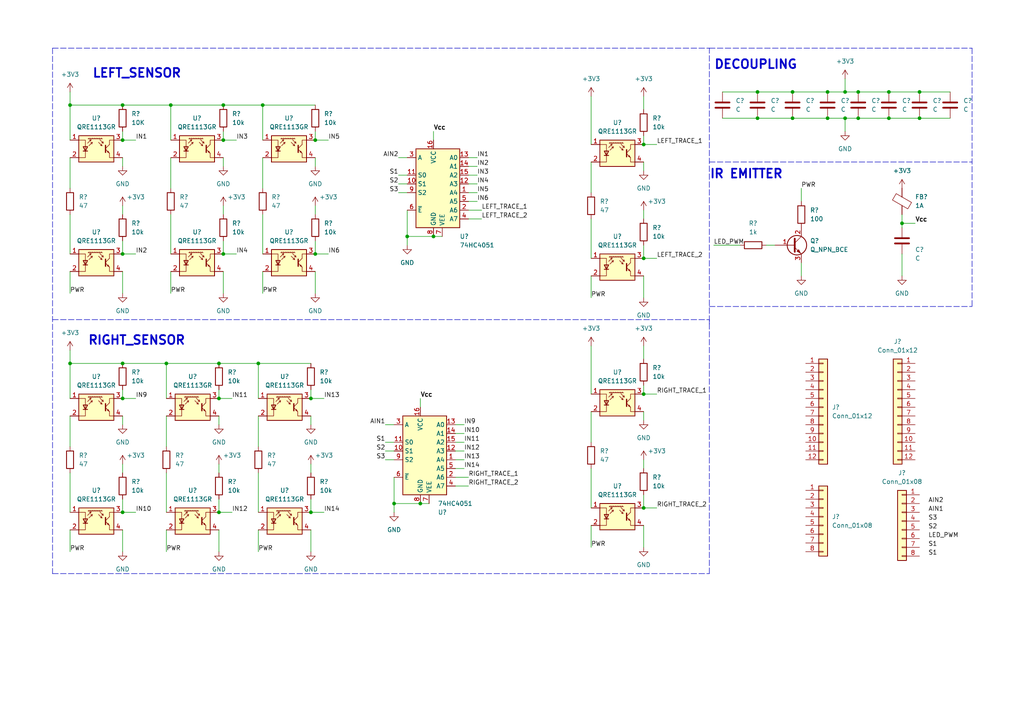
<source format=kicad_sch>
(kicad_sch (version 20211123) (generator eeschema)
  (paper "A4")
  (lib_symbols
    (symbol "74xx:74HC4051"
      (property "Reference" "U" (at -5.08 11.43 0))
      (property "Value" "74HC4051" (at -7.62 -13.97 0))
      (symbol "74HC4051_0_1"
        (rectangle (start -5.08 10.16) (end 7.62 -12.7) (stroke (width 0.254)) (fill (type background)))
      )
      (symbol "74HC4051_1_1"
        (pin passive line (at 10.16 -2.54 180) (length 2.54) (name "A4") (number "1"))
        (pin input line (at -7.62 0 0) (length 2.54) (name "S1") (number "10"))
        (pin input line (at -7.62 2.54 0) (length 2.54) (name "S0") (number "11"))
        (pin passive line (at 10.16 0 180) (length 2.54) (name "A3") (number "12"))
        (pin passive line (at 10.16 7.62 180) (length 2.54) (name "A0") (number "13"))
        (pin passive line (at 10.16 5.08 180) (length 2.54) (name "A1") (number "14"))
        (pin passive line (at 10.16 2.54 180) (length 2.54) (name "A2") (number "15"))
        (pin power_in line (at 0 12.7 270) (length 2.54) (name "VCC") (number "16"))
        (pin passive line (at 10.16 -7.62 180) (length 2.54) (name "A6") (number "2"))
        (pin passive line (at -7.62 7.62 0) (length 2.54) (name "A") (number "3"))
        (pin passive line (at 10.16 -10.16 180) (length 2.54) (name "A7") (number "4"))
        (pin passive line (at 10.16 -5.08 180) (length 2.54) (name "A5") (number "5"))
        (pin input line (at -7.62 -7.62 0) (length 2.54) (name "~{E}") (number "6"))
        (pin power_in line (at 2.54 -15.24 90) (length 2.54) (name "VEE") (number "7"))
        (pin power_in line (at 0 -15.24 90) (length 2.54) (name "GND") (number "8"))
        (pin input line (at -7.62 -2.54 0) (length 2.54) (name "S2") (number "9"))
      )
    )
    (symbol "Connector_Generic:Conn_01x08" (pin_names (offset 1.016) hide)
      (property "Reference" "J" (at 0 10.16 0))
      (property "Value" "Conn_01x08" (at 0 -12.7 0))
      (symbol "Conn_01x08_1_1"
        (rectangle (start -1.27 -10.033) (end 0 -10.287) (stroke (width 0.1524)))
        (rectangle (start -1.27 -7.493) (end 0 -7.747) (stroke (width 0.1524)))
        (rectangle (start -1.27 -4.953) (end 0 -5.207) (stroke (width 0.1524)))
        (rectangle (start -1.27 -2.413) (end 0 -2.667) (stroke (width 0.1524)))
        (rectangle (start -1.27 0.127) (end 0 -0.127) (stroke (width 0.1524)))
        (rectangle (start -1.27 2.667) (end 0 2.413) (stroke (width 0.1524)))
        (rectangle (start -1.27 5.207) (end 0 4.953) (stroke (width 0.1524)))
        (rectangle (start -1.27 7.747) (end 0 7.493) (stroke (width 0.1524)))
        (rectangle (start -1.27 8.89) (end 1.27 -11.43) (stroke (width 0.254)) (fill (type background)))
        (pin passive line (at -5.08 7.62 0) (length 3.81) (name "Pin_1") (number "1"))
        (pin passive line (at -5.08 5.08 0) (length 3.81) (name "Pin_2") (number "2"))
        (pin passive line (at -5.08 2.54 0) (length 3.81) (name "Pin_3") (number "3"))
        (pin passive line (at -5.08 0 0) (length 3.81) (name "Pin_4") (number "4"))
        (pin passive line (at -5.08 -2.54 0) (length 3.81) (name "Pin_5") (number "5"))
        (pin passive line (at -5.08 -5.08 0) (length 3.81) (name "Pin_6") (number "6"))
        (pin passive line (at -5.08 -7.62 0) (length 3.81) (name "Pin_7") (number "7"))
        (pin passive line (at -5.08 -10.16 0) (length 3.81) (name "Pin_8") (number "8"))
      )
    )
    (symbol "Connector_Generic:Conn_01x12" (pin_names (offset 1.016) hide)
      (property "Reference" "J" (at 0 15.24 0))
      (property "Value" "Conn_01x12" (at 0 -17.78 0))
      (symbol "Conn_01x12_1_1"
        (rectangle (start -1.27 -15.113) (end 0 -15.367) (stroke (width 0.1524)))
        (rectangle (start -1.27 -12.573) (end 0 -12.827) (stroke (width 0.1524)))
        (rectangle (start -1.27 -10.033) (end 0 -10.287) (stroke (width 0.1524)))
        (rectangle (start -1.27 -7.493) (end 0 -7.747) (stroke (width 0.1524)))
        (rectangle (start -1.27 -4.953) (end 0 -5.207) (stroke (width 0.1524)))
        (rectangle (start -1.27 -2.413) (end 0 -2.667) (stroke (width 0.1524)))
        (rectangle (start -1.27 0.127) (end 0 -0.127) (stroke (width 0.1524)))
        (rectangle (start -1.27 2.667) (end 0 2.413) (stroke (width 0.1524)))
        (rectangle (start -1.27 5.207) (end 0 4.953) (stroke (width 0.1524)))
        (rectangle (start -1.27 7.747) (end 0 7.493) (stroke (width 0.1524)))
        (rectangle (start -1.27 10.287) (end 0 10.033) (stroke (width 0.1524)))
        (rectangle (start -1.27 12.827) (end 0 12.573) (stroke (width 0.1524)))
        (rectangle (start -1.27 13.97) (end 1.27 -16.51) (stroke (width 0.254)) (fill (type background)))
        (pin passive line (at -5.08 12.7 0) (length 3.81) (name "Pin_1") (number "1"))
        (pin passive line (at -5.08 -10.16 0) (length 3.81) (name "Pin_10") (number "10"))
        (pin passive line (at -5.08 -12.7 0) (length 3.81) (name "Pin_11") (number "11"))
        (pin passive line (at -5.08 -15.24 0) (length 3.81) (name "Pin_12") (number "12"))
        (pin passive line (at -5.08 10.16 0) (length 3.81) (name "Pin_2") (number "2"))
        (pin passive line (at -5.08 7.62 0) (length 3.81) (name "Pin_3") (number "3"))
        (pin passive line (at -5.08 5.08 0) (length 3.81) (name "Pin_4") (number "4"))
        (pin passive line (at -5.08 2.54 0) (length 3.81) (name "Pin_5") (number "5"))
        (pin passive line (at -5.08 0 0) (length 3.81) (name "Pin_6") (number "6"))
        (pin passive line (at -5.08 -2.54 0) (length 3.81) (name "Pin_7") (number "7"))
        (pin passive line (at -5.08 -5.08 0) (length 3.81) (name "Pin_8") (number "8"))
        (pin passive line (at -5.08 -7.62 0) (length 3.81) (name "Pin_9") (number "9"))
      )
    )
    (symbol "Device:C" (pin_numbers hide) (pin_names (offset 0.254))
      (property "Reference" "C" (at 0.635 2.54 0))
      (property "Value" "C" (at 0.635 -2.54 0))
      (symbol "C_0_1"
        (polyline (pts (xy -2.032 -0.762) (xy 2.032 -0.762)) (stroke (width 0.508)))
        (polyline (pts (xy -2.032 0.762) (xy 2.032 0.762)) (stroke (width 0.508)))
      )
      (symbol "C_1_1"
        (pin passive line (at 0 3.81 270) (length 2.794) (name "~") (number "1"))
        (pin passive line (at 0 -3.81 90) (length 2.794) (name "~") (number "2"))
      )
    )
    (symbol "Device:FerriteBead" (pin_numbers hide) (pin_names (offset 0))
      (property "Reference" "FB" (at -3.81 0.635 90))
      (property "Value" "FerriteBead" (at 3.81 0 90))
      (symbol "FerriteBead_0_1"
        (polyline (pts (xy 0 -1.27) (xy 0 -1.2192)))
        (polyline (pts (xy 0 1.27) (xy 0 1.2954)))
        (polyline (pts (xy -2.7686 0.4064) (xy -1.7018 2.2606) (xy 2.7686 -0.3048) (xy 1.6764 -2.159) (xy -2.7686 0.4064)))
      )
      (symbol "FerriteBead_1_1"
        (pin passive line (at 0 3.81 270) (length 2.54) (name "~") (number "1"))
        (pin passive line (at 0 -3.81 90) (length 2.54) (name "~") (number "2"))
      )
    )
    (symbol "Device:Q_NPN_BCE" (pin_names (offset 0) hide)
      (property "Reference" "Q" (at 5.08 1.27 0))
      (property "Value" "Q_NPN_BCE" (at 5.08 -1.27 0))
      (symbol "Q_NPN_BCE_0_1"
        (polyline (pts (xy 0.635 0.635) (xy 2.54 2.54)))
        (polyline (pts (xy 0.635 -0.635) (xy 2.54 -2.54) (xy 2.54 -2.54)))
        (polyline (pts (xy 0.635 1.905) (xy 0.635 -1.905) (xy 0.635 -1.905)) (stroke (width 0.508)))
        (polyline (pts (xy 1.27 -1.778) (xy 1.778 -1.27) (xy 2.286 -2.286) (xy 1.27 -1.778) (xy 1.27 -1.778)) (fill (type outline)))
        (circle (center 1.27 0) (radius 2.8194) (stroke (width 0.254)))
      )
      (symbol "Q_NPN_BCE_1_1"
        (pin input line (at -5.08 0 0) (length 5.715) (name "B") (number "1"))
        (pin passive line (at 2.54 5.08 270) (length 2.54) (name "C") (number "2"))
        (pin passive line (at 2.54 -5.08 90) (length 2.54) (name "E") (number "3"))
      )
    )
    (symbol "Device:R" (pin_numbers hide) (pin_names (offset 0))
      (property "Reference" "R" (at 2.032 0 90))
      (property "Value" "R" (at 0 0 90))
      (symbol "R_0_1"
        (rectangle (start -1.016 -2.54) (end 1.016 2.54) (stroke (width 0.254)))
      )
      (symbol "R_1_1"
        (pin passive line (at 0 3.81 270) (length 1.27) (name "~") (number "1"))
        (pin passive line (at 0 -3.81 90) (length 1.27) (name "~") (number "2"))
      )
    )
    (symbol "Sensor_Proximity:QRE1113GR" (pin_names (offset 0.0254) hide)
      (property "Reference" "U" (at -3.81 5.08 0))
      (property "Value" "QRE1113GR" (at 11.43 5.08 0))
      (symbol "QRE1113GR_0_1"
        (polyline (pts (xy -3.81 -0.635) (xy -2.54 -0.635)) (stroke (width 0.254)))
        (polyline (pts (xy -2.286 2.921) (xy -2.032 3.175)))
        (polyline (pts (xy -1.778 2.921) (xy -1.524 3.175)))
        (polyline (pts (xy -1.524 2.667) (xy -1.651 2.159)))
        (polyline (pts (xy -1.27 2.921) (xy -1.016 3.175)))
        (polyline (pts (xy -1.143 1.905) (xy -1.27 1.397)))
        (polyline (pts (xy -0.762 2.921) (xy -0.508 3.175)))
        (polyline (pts (xy -0.254 2.921) (xy 0 3.175)))
        (polyline (pts (xy 0.254 2.921) (xy 0.508 3.175)))
        (polyline (pts (xy 0.762 2.921) (xy 1.016 3.175)))
        (polyline (pts (xy 1.27 2.921) (xy 1.524 3.175)))
        (polyline (pts (xy 1.651 0.889) (xy 1.143 1.016)))
        (polyline (pts (xy 1.778 2.921) (xy -2.413 2.921)))
        (polyline (pts (xy 2.032 1.651) (xy 1.524 1.778)))
        (polyline (pts (xy 2.667 -0.127) (xy 3.81 -1.27)))
        (polyline (pts (xy 2.667 0.127) (xy 3.81 1.27)))
        (polyline (pts (xy -2.54 1.651) (xy -1.524 2.667) (xy -2.032 2.54)))
        (polyline (pts (xy -2.159 0.889) (xy -1.143 1.905) (xy -1.651 1.778)))
        (polyline (pts (xy 0.635 1.905) (xy 1.651 0.889) (xy 1.524 1.397)))
        (polyline (pts (xy 1.016 2.667) (xy 2.032 1.651) (xy 1.905 2.159)))
        (polyline (pts (xy 2.667 1.016) (xy 2.667 -1.016) (xy 2.667 -1.016)) (stroke (width 0.3556)))
        (polyline (pts (xy 3.81 -1.27) (xy 3.81 -2.54) (xy 5.08 -2.54)))
        (polyline (pts (xy 3.81 1.27) (xy 3.81 2.54) (xy 5.08 2.54)))
        (polyline (pts (xy -5.08 -2.54) (xy -3.175 -2.54) (xy -3.175 2.54) (xy -5.08 2.54)))
        (polyline (pts (xy -3.175 -0.635) (xy -3.81 0.635) (xy -2.54 0.635) (xy -3.175 -0.635)) (stroke (width 0.254)))
        (polyline (pts (xy 3.683 -1.143) (xy 3.429 -0.635) (xy 3.175 -0.889) (xy 3.683 -1.143)))
        (polyline (pts (xy -5.08 -3.81) (xy 5.08 -3.81) (xy 5.08 3.81) (xy -5.08 3.81) (xy -5.08 -3.81)) (stroke (width 0.254)) (fill (type background)))
      )
      (symbol "QRE1113GR_1_1"
        (pin passive line (at -7.62 2.54 0) (length 2.54) (name "A") (number "1"))
        (pin passive line (at -7.62 -2.54 0) (length 2.54) (name "K") (number "2"))
        (pin open_collector line (at 7.62 2.54 180) (length 2.54) (name "~") (number "3"))
        (pin open_emitter line (at 7.62 -2.54 180) (length 2.54) (name "~") (number "4"))
      )
    )
    (symbol "power:+3.3V" (power) (pin_names (offset 0))
      (property "Value" "+3.3V" (at 0 3.556 0))
      (symbol "+3.3V_0_1"
        (polyline (pts (xy -0.762 1.27) (xy 0 2.54)))
        (polyline (pts (xy 0 0) (xy 0 2.54)))
        (polyline (pts (xy 0 2.54) (xy 0.762 1.27)))
      )
      (symbol "+3.3V_1_1"
        (pin power_in line (at 0 0 90) (length 0) hide (name "+3V3") (number "1"))
      )
    )
    (symbol "power:GND" (power) (pin_names (offset 0))
      (property "Value" "GND" (at 0 -3.81 0))
      (symbol "GND_0_1"
        (polyline (pts (xy 0 0) (xy 0 -1.27) (xy 1.27 -1.27) (xy 0 -2.54) (xy -1.27 -1.27) (xy 0 -1.27)))
      )
      (symbol "GND_1_1"
        (pin power_in line (at 0 0 270) (length 0) hide (name "GND") (number "1"))
      )
    )
  )
  (junction (at 63.5 115.57))
  (junction (at 64.77 73.66))
  (junction (at 64.77 30.48))
  (junction (at 245.11 26.67))
  (junction (at 48.26 105.41))
  (junction (at 266.7 26.67))
  (junction (at 219.71 34.29))
  (junction (at 245.11 34.29))
  (junction (at 186.69 41.91))
  (junction (at 35.56 148.59))
  (junction (at 240.03 34.29))
  (junction (at 90.17 148.59))
  (junction (at 35.56 105.41))
  (junction (at 219.71 26.67))
  (junction (at 114.3 146.05))
  (junction (at 121.92 146.05))
  (junction (at 49.53 30.48))
  (junction (at 74.93 105.41))
  (junction (at 35.56 30.48))
  (junction (at 63.5 148.59))
  (junction (at 90.17 115.57))
  (junction (at 63.5 105.41))
  (junction (at 257.81 26.67))
  (junction (at 240.03 26.67))
  (junction (at 118.11 68.58))
  (junction (at 266.7 34.29))
  (junction (at 91.44 40.64))
  (junction (at 91.44 73.66))
  (junction (at 261.62 64.77))
  (junction (at 35.56 73.66))
  (junction (at 229.87 26.67))
  (junction (at 20.32 105.41))
  (junction (at 76.2 30.48))
  (junction (at 20.32 30.48))
  (junction (at 64.77 40.64))
  (junction (at 125.73 68.58))
  (junction (at 186.69 114.3))
  (junction (at 35.56 115.57))
  (junction (at 186.69 74.93))
  (junction (at 257.81 34.29))
  (junction (at 186.69 147.32))
  (junction (at 35.56 40.64))
  (junction (at 248.92 26.67))
  (junction (at 248.92 34.29))
  (junction (at 229.87 34.29))
  (wire (pts (xy 222.25 71.12) (xy 224.79 71.12)))
  (wire (pts (xy 35.56 40.64) (xy 39.37 40.64)))
  (wire (pts (xy 186.69 133.35) (xy 186.69 135.89)))
  (wire (pts (xy 63.5 153.67) (xy 63.5 160.02)))
  (wire (pts (xy 35.56 144.78) (xy 35.56 148.59)))
  (wire (pts (xy 48.26 105.41) (xy 63.5 105.41)))
  (wire (pts (xy 76.2 45.72) (xy 76.2 54.61)))
  (wire (pts (xy 186.69 80.01) (xy 186.69 86.36)))
  (wire (pts (xy 266.7 26.67) (xy 275.59 26.67)))
  (wire (pts (xy 132.08 138.43) (xy 135.89 138.43)))
  (wire (pts (xy 186.69 147.32) (xy 190.5 147.32)))
  (wire (pts (xy 229.87 34.29) (xy 240.03 34.29)))
  (polyline (pts (xy 205.74 88.9) (xy 281.94 88.9)))
  (wire (pts (xy 186.69 119.38) (xy 186.69 121.92)))
  (wire (pts (xy 74.93 105.41) (xy 74.93 115.57)))
  (wire (pts (xy 49.53 45.72) (xy 49.53 54.61)))
  (wire (pts (xy 132.08 133.35) (xy 134.62 133.35)))
  (wire (pts (xy 186.69 143.51) (xy 186.69 147.32)))
  (wire (pts (xy 76.2 62.23) (xy 76.2 73.66)))
  (wire (pts (xy 132.08 123.19) (xy 134.62 123.19)))
  (wire (pts (xy 74.93 105.41) (xy 90.17 105.41)))
  (wire (pts (xy 91.44 78.74) (xy 91.44 85.09)))
  (wire (pts (xy 111.76 130.81) (xy 114.3 130.81)))
  (wire (pts (xy 171.45 119.38) (xy 171.45 128.27)))
  (wire (pts (xy 111.76 133.35) (xy 114.3 133.35)))
  (wire (pts (xy 132.08 140.97) (xy 135.89 140.97)))
  (wire (pts (xy 261.62 62.23) (xy 261.62 64.77)))
  (wire (pts (xy 171.45 27.94) (xy 171.45 41.91)))
  (wire (pts (xy 64.77 45.72) (xy 64.77 48.26)))
  (wire (pts (xy 186.69 60.96) (xy 186.69 63.5)))
  (polyline (pts (xy 205.74 13.97) (xy 281.94 13.97)))
  (wire (pts (xy 63.5 120.65) (xy 63.5 123.19)))
  (wire (pts (xy 186.69 27.94) (xy 186.69 31.75)))
  (wire (pts (xy 35.56 120.65) (xy 35.56 123.19)))
  (wire (pts (xy 245.11 34.29) (xy 248.92 34.29)))
  (wire (pts (xy 74.93 137.16) (xy 74.93 148.59)))
  (wire (pts (xy 135.89 55.88) (xy 138.43 55.88)))
  (wire (pts (xy 90.17 153.67) (xy 90.17 160.02)))
  (wire (pts (xy 90.17 113.03) (xy 90.17 115.57)))
  (wire (pts (xy 63.5 148.59) (xy 67.31 148.59)))
  (wire (pts (xy 91.44 73.66) (xy 95.25 73.66)))
  (wire (pts (xy 219.71 26.67) (xy 229.87 26.67)))
  (wire (pts (xy 35.56 59.69) (xy 35.56 62.23)))
  (wire (pts (xy 125.73 38.1) (xy 125.73 40.64)))
  (wire (pts (xy 64.77 38.1) (xy 64.77 40.64)))
  (wire (pts (xy 35.56 115.57) (xy 39.37 115.57)))
  (wire (pts (xy 135.89 50.8) (xy 138.43 50.8)))
  (wire (pts (xy 35.56 113.03) (xy 35.56 115.57)))
  (wire (pts (xy 186.69 46.99) (xy 186.69 49.53)))
  (wire (pts (xy 35.56 45.72) (xy 35.56 48.26)))
  (wire (pts (xy 35.56 69.85) (xy 35.56 73.66)))
  (polyline (pts (xy 205.74 166.37) (xy 205.74 13.97)))
  (wire (pts (xy 171.45 100.33) (xy 171.45 114.3)))
  (wire (pts (xy 49.53 78.74) (xy 49.53 85.09)))
  (wire (pts (xy 232.41 76.2) (xy 232.41 80.01)))
  (polyline (pts (xy 205.74 46.99) (xy 281.94 46.99)))
  (wire (pts (xy 135.89 58.42) (xy 138.43 58.42)))
  (wire (pts (xy 240.03 26.67) (xy 245.11 26.67)))
  (wire (pts (xy 186.69 39.37) (xy 186.69 41.91)))
  (wire (pts (xy 261.62 64.77) (xy 265.43 64.77)))
  (wire (pts (xy 245.11 22.86) (xy 245.11 26.67)))
  (wire (pts (xy 64.77 40.64) (xy 68.58 40.64)))
  (wire (pts (xy 111.76 123.19) (xy 114.3 123.19)))
  (wire (pts (xy 63.5 134.62) (xy 63.5 137.16)))
  (wire (pts (xy 20.32 78.74) (xy 20.32 85.09)))
  (wire (pts (xy 171.45 152.4) (xy 171.45 158.75)))
  (wire (pts (xy 245.11 34.29) (xy 245.11 38.1)))
  (wire (pts (xy 171.45 135.89) (xy 171.45 147.32)))
  (wire (pts (xy 118.11 68.58) (xy 125.73 68.58)))
  (wire (pts (xy 35.56 148.59) (xy 39.37 148.59)))
  (wire (pts (xy 64.77 73.66) (xy 68.58 73.66)))
  (wire (pts (xy 209.55 34.29) (xy 219.71 34.29)))
  (wire (pts (xy 135.89 60.96) (xy 139.7 60.96)))
  (wire (pts (xy 20.32 62.23) (xy 20.32 73.66)))
  (wire (pts (xy 121.92 115.57) (xy 121.92 118.11)))
  (wire (pts (xy 20.32 120.65) (xy 20.32 129.54)))
  (wire (pts (xy 74.93 120.65) (xy 74.93 129.54)))
  (wire (pts (xy 111.76 128.27) (xy 114.3 128.27)))
  (wire (pts (xy 121.92 146.05) (xy 124.46 146.05)))
  (wire (pts (xy 48.26 105.41) (xy 48.26 115.57)))
  (wire (pts (xy 135.89 53.34) (xy 138.43 53.34)))
  (wire (pts (xy 261.62 73.66) (xy 261.62 80.01)))
  (wire (pts (xy 186.69 111.76) (xy 186.69 114.3)))
  (wire (pts (xy 63.5 115.57) (xy 67.31 115.57)))
  (wire (pts (xy 219.71 34.29) (xy 229.87 34.29)))
  (wire (pts (xy 64.77 59.69) (xy 64.77 62.23)))
  (wire (pts (xy 35.56 105.41) (xy 48.26 105.41)))
  (wire (pts (xy 20.32 101.6) (xy 20.32 105.41)))
  (wire (pts (xy 63.5 105.41) (xy 74.93 105.41)))
  (wire (pts (xy 20.32 26.67) (xy 20.32 30.48)))
  (wire (pts (xy 114.3 146.05) (xy 121.92 146.05)))
  (wire (pts (xy 20.32 137.16) (xy 20.32 148.59)))
  (wire (pts (xy 90.17 115.57) (xy 93.98 115.57)))
  (wire (pts (xy 135.89 45.72) (xy 138.43 45.72)))
  (wire (pts (xy 248.92 26.67) (xy 257.81 26.67)))
  (wire (pts (xy 125.73 68.58) (xy 128.27 68.58)))
  (polyline (pts (xy 15.24 166.37) (xy 205.74 166.37)))
  (wire (pts (xy 207.01 71.12) (xy 214.63 71.12)))
  (wire (pts (xy 91.44 69.85) (xy 91.44 73.66)))
  (wire (pts (xy 76.2 30.48) (xy 76.2 40.64)))
  (wire (pts (xy 232.41 54.61) (xy 232.41 58.42)))
  (wire (pts (xy 118.11 68.58) (xy 118.11 71.12)))
  (wire (pts (xy 91.44 40.64) (xy 95.25 40.64)))
  (wire (pts (xy 91.44 38.1) (xy 91.44 40.64)))
  (polyline (pts (xy 15.24 13.97) (xy 15.24 166.37)))
  (wire (pts (xy 20.32 30.48) (xy 35.56 30.48)))
  (wire (pts (xy 135.89 63.5) (xy 139.7 63.5)))
  (wire (pts (xy 64.77 78.74) (xy 64.77 85.09)))
  (wire (pts (xy 35.56 30.48) (xy 49.53 30.48)))
  (wire (pts (xy 186.69 71.12) (xy 186.69 74.93)))
  (wire (pts (xy 91.44 59.69) (xy 91.44 62.23)))
  (wire (pts (xy 186.69 100.33) (xy 186.69 104.14)))
  (wire (pts (xy 245.11 26.67) (xy 248.92 26.67)))
  (wire (pts (xy 90.17 134.62) (xy 90.17 137.16)))
  (wire (pts (xy 64.77 30.48) (xy 76.2 30.48)))
  (wire (pts (xy 48.26 153.67) (xy 48.26 160.02)))
  (wire (pts (xy 20.32 45.72) (xy 20.32 54.61)))
  (wire (pts (xy 91.44 45.72) (xy 91.44 48.26)))
  (wire (pts (xy 76.2 30.48) (xy 91.44 30.48)))
  (wire (pts (xy 135.89 48.26) (xy 138.43 48.26)))
  (wire (pts (xy 257.81 34.29) (xy 266.7 34.29)))
  (wire (pts (xy 257.81 26.67) (xy 266.7 26.67)))
  (wire (pts (xy 20.32 105.41) (xy 35.56 105.41)))
  (wire (pts (xy 90.17 148.59) (xy 93.98 148.59)))
  (wire (pts (xy 48.26 137.16) (xy 48.26 148.59)))
  (wire (pts (xy 229.87 26.67) (xy 240.03 26.67)))
  (wire (pts (xy 114.3 138.43) (xy 114.3 146.05)))
  (wire (pts (xy 171.45 80.01) (xy 171.45 86.36)))
  (wire (pts (xy 132.08 125.73) (xy 134.62 125.73)))
  (wire (pts (xy 118.11 60.96) (xy 118.11 68.58)))
  (wire (pts (xy 35.56 38.1) (xy 35.56 40.64)))
  (wire (pts (xy 186.69 114.3) (xy 190.5 114.3)))
  (wire (pts (xy 171.45 46.99) (xy 171.45 55.88)))
  (wire (pts (xy 20.32 153.67) (xy 20.32 160.02)))
  (wire (pts (xy 48.26 120.65) (xy 48.26 129.54)))
  (wire (pts (xy 63.5 113.03) (xy 63.5 115.57)))
  (polyline (pts (xy 205.74 92.71) (xy 205.74 93.98)))
  (wire (pts (xy 63.5 144.78) (xy 63.5 148.59)))
  (polyline (pts (xy 15.24 13.97) (xy 205.74 13.97)))
  (wire (pts (xy 266.7 34.29) (xy 275.59 34.29)))
  (wire (pts (xy 186.69 74.93) (xy 190.5 74.93)))
  (wire (pts (xy 186.69 41.91) (xy 190.5 41.91)))
  (wire (pts (xy 90.17 120.65) (xy 90.17 123.19)))
  (wire (pts (xy 240.03 34.29) (xy 245.11 34.29)))
  (wire (pts (xy 132.08 135.89) (xy 134.62 135.89)))
  (wire (pts (xy 49.53 30.48) (xy 64.77 30.48)))
  (wire (pts (xy 74.93 153.67) (xy 74.93 160.02)))
  (polyline (pts (xy 281.94 13.97) (xy 281.94 88.9)))
  (wire (pts (xy 186.69 152.4) (xy 186.69 158.75)))
  (wire (pts (xy 35.56 73.66) (xy 39.37 73.66)))
  (wire (pts (xy 115.57 45.72) (xy 118.11 45.72)))
  (wire (pts (xy 132.08 128.27) (xy 134.62 128.27)))
  (wire (pts (xy 35.56 78.74) (xy 35.56 85.09)))
  (wire (pts (xy 115.57 55.88) (xy 118.11 55.88)))
  (wire (pts (xy 49.53 30.48) (xy 49.53 40.64)))
  (wire (pts (xy 248.92 34.29) (xy 257.81 34.29)))
  (wire (pts (xy 115.57 50.8) (xy 118.11 50.8)))
  (wire (pts (xy 132.08 130.81) (xy 134.62 130.81)))
  (wire (pts (xy 209.55 26.67) (xy 219.71 26.67)))
  (wire (pts (xy 49.53 62.23) (xy 49.53 73.66)))
  (wire (pts (xy 20.32 105.41) (xy 20.32 115.57)))
  (wire (pts (xy 64.77 69.85) (xy 64.77 73.66)))
  (wire (pts (xy 90.17 144.78) (xy 90.17 148.59)))
  (wire (pts (xy 171.45 63.5) (xy 171.45 74.93)))
  (wire (pts (xy 114.3 146.05) (xy 114.3 148.59)))
  (wire (pts (xy 115.57 53.34) (xy 118.11 53.34)))
  (wire (pts (xy 261.62 64.77) (xy 261.62 66.04)))
  (wire (pts (xy 35.56 134.62) (xy 35.56 137.16)))
  (wire (pts (xy 35.56 153.67) (xy 35.56 160.02)))
  (wire (pts (xy 76.2 78.74) (xy 76.2 85.09)))
  (wire (pts (xy 20.32 30.48) (xy 20.32 40.64)))
  (polyline (pts (xy 15.24 92.71) (xy 205.74 92.71)))
  (text "DECOUPLING\n" (at 207.01 20.32 0) (effects (font (size 2.54 2.54) (thickness 0.508) bold) (justify left bottom)))
  (text "LEFT_SENSOR\n" (at 26.67 22.86 0) (effects (font (size 2.54 2.54) (thickness 0.508) bold) (justify left bottom)))
  (text "IR EMITTER\n" (at 205.74 52.07 0) (effects (font (size 2.54 2.54) (thickness 0.508) bold) (justify left bottom)))
  (text "RIGHT_SENSOR\n" (at 25.4 100.33 0) (effects (font (size 2.54 2.54) (thickness 0.508) bold) (justify left bottom)))
  (label "IN13" (at 93.98 115.57 0))
  (label "LEFT_TRACE_1" (at 190.5 41.91 0))
  (label "IN5" (at 95.25 40.64 0))
  (label "IN2" (at 39.37 73.66 0))
  (label "LEFT_TRACE_2" (at 190.5 74.93 0))
  (label "IN5" (at 138.43 55.88 0))
  (label "AIN1" (at 111.76 123.19 180))
  (label "LEFT_TRACE_1" (at 139.7 60.96 0))
  (label "IN3" (at 138.43 50.8 0))
  (label "IN10" (at 39.37 148.59 0))
  (label "PWR" (at 74.93 160.02 0))
  (label "LED_PWM" (at 207.01 71.12 0))
  (label "RIGHT_TRACE_2" (at 135.89 140.97 0))
  (label "PWR" (at 76.2 85.09 0))
  (label "PWR" (at 48.26 160.02 0))
  (label "RIGHT_TRACE_1" (at 190.5 114.3 0))
  (label "S2" (at 111.76 130.81 180))
  (label "RIGHT_TRACE_2" (at 190.5 147.32 0))
  (label "IN6" (at 138.43 58.42 0))
  (label "IN2" (at 138.43 48.26 0))
  (label "RIGHT_TRACE_1" (at 135.89 138.43 0))
  (label "IN4" (at 138.43 53.34 0))
  (label "IN10" (at 134.62 125.73 0))
  (label "PWR" (at 171.45 158.75 0))
  (label "IN14" (at 134.62 135.89 0))
  (label "S3" (at 269.24 151.13 0))
  (label "S1" (at 269.24 161.29 0))
  (label "S1" (at 269.24 158.75 0))
  (label "IN9" (at 39.37 115.57 0))
  (label "Vcc" (at 265.43 64.77 0) (effects (font bold)))
  (label "IN11" (at 134.62 128.27 0))
  (label "LEFT_TRACE_2" (at 139.7 63.5 0))
  (label "IN14" (at 93.98 148.59 0))
  (label "AIN2" (at 115.57 45.72 180))
  (label "IN1" (at 39.37 40.64 0))
  (label "IN6" (at 95.25 73.66 0))
  (label "Vcc" (at 121.92 115.57 0) (effects (font bold)))
  (label "PWR" (at 20.32 85.09 0))
  (label "PWR" (at 20.32 160.02 0))
  (label "S1" (at 111.76 128.27 180))
  (label "PWR" (at 171.45 86.36 0))
  (label "S1" (at 115.57 50.8 180))
  (label "IN4" (at 68.58 73.66 0))
  (label "S2" (at 115.57 53.34 180))
  (label "IN1" (at 138.43 45.72 0))
  (label "S3" (at 111.76 133.35 180))
  (label "S2" (at 269.24 153.67 0))
  (label "IN12" (at 67.31 148.59 0))
  (label "IN9" (at 134.62 123.19 0))
  (label "IN11" (at 67.31 115.57 0))
  (label "IN12" (at 134.62 130.81 0))
  (label "IN13" (at 134.62 133.35 0))
  (label "AIN2" (at 269.24 146.05 0))
  (label "Vcc" (at 125.73 38.1 0) (effects (font bold)))
  (label "S3" (at 115.57 55.88 180))
  (label "PWR" (at 49.53 85.09 0))
  (label "LED_PWM" (at 269.24 156.21 0))
  (label "IN3" (at 68.58 40.64 0))
  (label "AIN1" (at 269.24 148.59 0))
  (label "PWR" (at 232.41 54.61 0))
  (symbol (lib_id "Sensor_Proximity:QRE1113GR") (at 83.82 43.18 0) (unit 1)
    (property "Reference" "U?" (at 83.82 34.29 0))
    (property "Value" "QRE1113GR" (at 83.82 36.83 0))
    (property "Footprint" "OptoDevice:OnSemi_CASE100CY" (effects hide))
    (property "Datasheet" "http://www.onsemi.com/pub/Collateral/QRE1113-D.PDF" (effects hide))
  )
  (symbol (lib_id "power:+3.3V") (at 186.69 60.96 0) (unit 1)
    (property "Reference" "#PWR?" (effects hide))
    (property "Value" "+3.3V" (at 190.5 58.42 0))
  )
  (symbol (lib_id "Connector_Generic:Conn_01x08") (at 261.62 151.13 0) (mirror y) (unit 1)
    (property "Reference" "J?" (at 261.62 137.16 0))
    (property "Value" "Conn_01x08" (at 261.62 139.7 0))
  )
  (symbol (lib_id "Sensor_Proximity:QRE1113GR") (at 82.55 118.11 0) (unit 1)
    (property "Reference" "U?" (at 82.55 109.22 0))
    (property "Value" "QRE1113GR" (at 82.55 111.76 0))
    (property "Footprint" "OptoDevice:OnSemi_CASE100CY" (effects hide))
    (property "Datasheet" "http://www.onsemi.com/pub/Collateral/QRE1113-D.PDF" (effects hide))
  )
  (symbol (lib_id "Sensor_Proximity:QRE1113GR") (at 27.94 151.13 0) (unit 1)
    (property "Reference" "U?" (at 27.94 142.24 0))
    (property "Value" "QRE1113GR" (at 27.94 144.78 0))
    (property "Footprint" "OptoDevice:OnSemi_CASE100CY" (effects hide))
    (property "Datasheet" "http://www.onsemi.com/pub/Collateral/QRE1113-D.PDF" (effects hide))
  )
  (symbol (lib_id "74xx:74HC4051") (at 121.92 130.81 0) (unit 1)
    (property "Reference" "U?" (at 127 148.59 0) (effects (justify left)))
    (property "Value" "74HC4051" (at 127 146.05 0) (effects (justify left)))
    (property "Datasheet" "http://www.ti.com/lit/ds/symlink/cd74hc4051.pdf" (effects hide))
  )
  (symbol (lib_id "Device:R") (at 91.44 34.29 0) (unit 1)
    (property "Reference" "R?" (at 93.98 33.0199 0) (effects (justify left)))
    (property "Value" "10k" (at 93.98 35.5599 0) (effects (justify left)))
  )
  (symbol (lib_id "power:+3.3V") (at 186.69 100.33 0) (unit 1)
    (property "Reference" "#PWR?" (effects hide))
    (property "Value" "+3.3V" (at 186.69 95.25 0))
  )
  (symbol (lib_id "Device:R") (at 63.5 109.22 0) (unit 1)
    (property "Reference" "R?" (at 66.04 107.9499 0) (effects (justify left)))
    (property "Value" "10k" (at 66.04 110.4899 0) (effects (justify left)))
  )
  (symbol (lib_id "Device:R") (at 64.77 34.29 0) (unit 1)
    (property "Reference" "R?" (at 67.31 33.0199 0) (effects (justify left)))
    (property "Value" "10k" (at 67.31 35.5599 0) (effects (justify left)))
  )
  (symbol (lib_id "Device:R") (at 186.69 35.56 0) (unit 1)
    (property "Reference" "R?" (at 189.23 34.2899 0) (effects (justify left)))
    (property "Value" "10k" (at 189.23 36.8299 0) (effects (justify left)))
  )
  (symbol (lib_id "Sensor_Proximity:QRE1113GR") (at 55.88 118.11 0) (unit 1)
    (property "Reference" "U?" (at 55.88 109.22 0))
    (property "Value" "QRE1113GR" (at 55.88 111.76 0))
    (property "Footprint" "OptoDevice:OnSemi_CASE100CY" (effects hide))
    (property "Datasheet" "http://www.onsemi.com/pub/Collateral/QRE1113-D.PDF" (effects hide))
  )
  (symbol (lib_id "Device:C") (at 248.92 30.48 0) (unit 1)
    (property "Reference" "C?" (at 252.73 29.2099 0) (effects (justify left)))
    (property "Value" "C" (at 252.73 31.7499 0) (effects (justify left)))
  )
  (symbol (lib_id "Device:R") (at 20.32 58.42 0) (unit 1)
    (property "Reference" "R?" (at 22.86 57.1499 0) (effects (justify left)))
    (property "Value" "47" (at 22.86 59.6899 0) (effects (justify left)))
  )
  (symbol (lib_id "Sensor_Proximity:QRE1113GR") (at 27.94 118.11 0) (unit 1)
    (property "Reference" "U?" (at 27.94 109.22 0))
    (property "Value" "QRE1113GR" (at 27.94 111.76 0))
    (property "Footprint" "OptoDevice:OnSemi_CASE100CY" (effects hide))
    (property "Datasheet" "http://www.onsemi.com/pub/Collateral/QRE1113-D.PDF" (effects hide))
  )
  (symbol (lib_id "Device:R") (at 76.2 58.42 0) (unit 1)
    (property "Reference" "R?" (at 78.74 57.1499 0) (effects (justify left)))
    (property "Value" "47" (at 78.74 59.6899 0) (effects (justify left)))
  )
  (symbol (lib_id "Device:R") (at 91.44 66.04 0) (unit 1)
    (property "Reference" "R?" (at 93.98 64.7699 0) (effects (justify left)))
    (property "Value" "10k" (at 93.98 67.3099 0) (effects (justify left)))
  )
  (symbol (lib_id "power:GND") (at 35.56 160.02 0) (unit 1)
    (property "Reference" "#PWR?" (effects hide))
    (property "Value" "GND" (at 35.56 165.1 0))
  )
  (symbol (lib_id "Device:R") (at 90.17 109.22 0) (unit 1)
    (property "Reference" "R?" (at 92.71 107.9499 0) (effects (justify left)))
    (property "Value" "10k" (at 92.71 110.4899 0) (effects (justify left)))
  )
  (symbol (lib_id "power:GND") (at 186.69 49.53 0) (unit 1)
    (property "Reference" "#PWR?" (effects hide))
    (property "Value" "GND" (at 186.69 54.61 0))
  )
  (symbol (lib_id "power:GND") (at 35.56 85.09 0) (unit 1)
    (property "Reference" "#PWR?" (effects hide))
    (property "Value" "GND" (at 35.56 90.17 0))
  )
  (symbol (lib_id "Sensor_Proximity:QRE1113GR") (at 57.15 43.18 0) (unit 1)
    (property "Reference" "U?" (at 57.15 34.29 0))
    (property "Value" "QRE1113GR" (at 57.15 36.83 0))
    (property "Footprint" "OptoDevice:OnSemi_CASE100CY" (effects hide))
    (property "Datasheet" "http://www.onsemi.com/pub/Collateral/QRE1113-D.PDF" (effects hide))
  )
  (symbol (lib_id "Device:R") (at 35.56 109.22 0) (unit 1)
    (property "Reference" "R?" (at 38.1 107.9499 0) (effects (justify left)))
    (property "Value" "10k" (at 38.1 110.4899 0) (effects (justify left)))
  )
  (symbol (lib_id "power:+3.3V") (at 186.69 133.35 0) (unit 1)
    (property "Reference" "#PWR?" (effects hide))
    (property "Value" "+3.3V" (at 190.5 130.81 0))
  )
  (symbol (lib_id "Device:C") (at 266.7 30.48 0) (unit 1)
    (property "Reference" "C?" (at 270.51 29.2099 0) (effects (justify left)))
    (property "Value" "C" (at 270.51 31.7499 0) (effects (justify left)))
  )
  (symbol (lib_id "power:+3.3V") (at 90.17 134.62 0) (unit 1)
    (property "Reference" "#PWR?" (effects hide))
    (property "Value" "+3.3V" (at 93.98 132.08 0))
  )
  (symbol (lib_id "power:GND") (at 261.62 80.01 0) (unit 1)
    (property "Reference" "#PWR?" (effects hide))
    (property "Value" "GND" (at 261.62 85.09 0))
  )
  (symbol (lib_id "power:GND") (at 91.44 48.26 0) (unit 1)
    (property "Reference" "#PWR?" (effects hide))
    (property "Value" "GND" (at 91.44 53.34 0))
  )
  (symbol (lib_id "Device:R") (at 186.69 107.95 0) (unit 1)
    (property "Reference" "R?" (at 189.23 106.6799 0) (effects (justify left)))
    (property "Value" "10k" (at 189.23 109.2199 0) (effects (justify left)))
  )
  (symbol (lib_id "power:GND") (at 186.69 158.75 0) (unit 1)
    (property "Reference" "#PWR?" (effects hide))
    (property "Value" "GND" (at 186.69 163.83 0))
  )
  (symbol (lib_id "Device:C") (at 219.71 30.48 0) (unit 1)
    (property "Reference" "C?" (at 223.52 29.2099 0) (effects (justify left)))
    (property "Value" "C" (at 223.52 31.7499 0) (effects (justify left)))
  )
  (symbol (lib_id "Connector_Generic:Conn_01x12") (at 260.35 118.11 0) (mirror y) (unit 1)
    (property "Reference" "J?" (at 260.35 99.06 0))
    (property "Value" "Conn_01x12" (at 260.35 101.6 0))
  )
  (symbol (lib_id "power:+3.3V") (at 20.32 26.67 0) (unit 1)
    (property "Reference" "#PWR?" (effects hide))
    (property "Value" "+3.3V" (at 20.32 21.59 0))
  )
  (symbol (lib_id "Device:R") (at 74.93 133.35 0) (unit 1)
    (property "Reference" "R?" (at 77.47 132.0799 0) (effects (justify left)))
    (property "Value" "47" (at 77.47 134.6199 0) (effects (justify left)))
  )
  (symbol (lib_id "power:+3.3V") (at 35.56 59.69 0) (unit 1)
    (property "Reference" "#PWR?" (effects hide))
    (property "Value" "+3.3V" (at 39.37 57.15 0))
  )
  (symbol (lib_id "Device:R") (at 64.77 66.04 0) (unit 1)
    (property "Reference" "R?" (at 67.31 64.7699 0) (effects (justify left)))
    (property "Value" "10k" (at 67.31 67.3099 0) (effects (justify left)))
  )
  (symbol (lib_id "Device:C") (at 275.59 30.48 0) (unit 1)
    (property "Reference" "C?" (at 279.4 29.2099 0) (effects (justify left)))
    (property "Value" "C" (at 279.4 31.7499 0) (effects (justify left)))
  )
  (symbol (lib_id "Device:C") (at 240.03 30.48 0) (unit 1)
    (property "Reference" "C?" (at 243.84 29.2099 0) (effects (justify left)))
    (property "Value" "C" (at 243.84 31.7499 0) (effects (justify left)))
  )
  (symbol (lib_id "power:GND") (at 64.77 48.26 0) (unit 1)
    (property "Reference" "#PWR?" (effects hide))
    (property "Value" "GND" (at 64.77 53.34 0))
  )
  (symbol (lib_id "power:GND") (at 64.77 85.09 0) (unit 1)
    (property "Reference" "#PWR?" (effects hide))
    (property "Value" "GND" (at 64.77 90.17 0))
  )
  (symbol (lib_id "Sensor_Proximity:QRE1113GR") (at 83.82 76.2 0) (unit 1)
    (property "Reference" "U?" (at 83.82 67.31 0))
    (property "Value" "QRE1113GR" (at 83.82 69.85 0))
    (property "Footprint" "OptoDevice:OnSemi_CASE100CY" (effects hide))
    (property "Datasheet" "http://www.onsemi.com/pub/Collateral/QRE1113-D.PDF" (effects hide))
  )
  (symbol (lib_id "power:GND") (at 90.17 123.19 0) (unit 1)
    (property "Reference" "#PWR?" (effects hide))
    (property "Value" "GND" (at 90.17 128.27 0))
  )
  (symbol (lib_id "power:GND") (at 232.41 80.01 0) (unit 1)
    (property "Reference" "#PWR?" (effects hide))
    (property "Value" "GND" (at 232.41 85.09 0))
  )
  (symbol (lib_id "power:+3.3V") (at 186.69 27.94 0) (unit 1)
    (property "Reference" "#PWR?" (effects hide))
    (property "Value" "+3.3V" (at 186.69 22.86 0))
  )
  (symbol (lib_id "power:GND") (at 90.17 160.02 0) (unit 1)
    (property "Reference" "#PWR?" (effects hide))
    (property "Value" "GND" (at 90.17 165.1 0))
  )
  (symbol (lib_id "Sensor_Proximity:QRE1113GR") (at 27.94 43.18 0) (unit 1)
    (property "Reference" "U?" (at 27.94 34.29 0))
    (property "Value" "QRE1113GR" (at 27.94 36.83 0))
    (property "Footprint" "OptoDevice:OnSemi_CASE100CY" (effects hide))
    (property "Datasheet" "http://www.onsemi.com/pub/Collateral/QRE1113-D.PDF" (effects hide))
  )
  (symbol (lib_id "power:+3.3V") (at 91.44 59.69 0) (unit 1)
    (property "Reference" "#PWR?" (effects hide))
    (property "Value" "+3.3V" (at 95.25 57.15 0))
  )
  (symbol (lib_id "power:GND") (at 35.56 123.19 0) (unit 1)
    (property "Reference" "#PWR?" (effects hide))
    (property "Value" "GND" (at 35.56 128.27 0))
  )
  (symbol (lib_id "Device:R") (at 171.45 132.08 0) (unit 1)
    (property "Reference" "R?" (at 173.99 130.8099 0) (effects (justify left)))
    (property "Value" "47" (at 173.99 133.3499 0) (effects (justify left)))
  )
  (symbol (lib_id "power:GND") (at 63.5 123.19 0) (unit 1)
    (property "Reference" "#PWR?" (effects hide))
    (property "Value" "GND" (at 63.5 128.27 0))
  )
  (symbol (lib_id "Sensor_Proximity:QRE1113GR") (at 179.07 149.86 0) (unit 1)
    (property "Reference" "U?" (at 179.07 140.97 0))
    (property "Value" "QRE1113GR" (at 179.07 143.51 0))
    (property "Footprint" "OptoDevice:OnSemi_CASE100CY" (effects hide))
    (property "Datasheet" "http://www.onsemi.com/pub/Collateral/QRE1113-D.PDF" (effects hide))
  )
  (symbol (lib_id "power:GND") (at 114.3 148.59 0) (unit 1)
    (property "Reference" "#PWR?" (effects hide))
    (property "Value" "GND" (at 114.3 153.67 0))
  )
  (symbol (lib_id "Sensor_Proximity:QRE1113GR") (at 27.94 76.2 0) (unit 1)
    (property "Reference" "U?" (at 27.94 67.31 0))
    (property "Value" "QRE1113GR" (at 27.94 69.85 0))
    (property "Footprint" "OptoDevice:OnSemi_CASE100CY" (effects hide))
    (property "Datasheet" "http://www.onsemi.com/pub/Collateral/QRE1113-D.PDF" (effects hide))
  )
  (symbol (lib_id "Sensor_Proximity:QRE1113GR") (at 179.07 44.45 0) (unit 1)
    (property "Reference" "U?" (at 179.07 35.56 0))
    (property "Value" "QRE1113GR" (at 179.07 38.1 0))
    (property "Footprint" "OptoDevice:OnSemi_CASE100CY" (effects hide))
    (property "Datasheet" "http://www.onsemi.com/pub/Collateral/QRE1113-D.PDF" (effects hide))
  )
  (symbol (lib_id "Device:Q_NPN_BCE") (at 229.87 71.12 0) (unit 1)
    (property "Reference" "Q?" (at 234.95 69.8499 0) (effects (justify left)))
    (property "Value" "Q_NPN_BCE" (at 234.95 72.3899 0) (effects (justify left)))
  )
  (symbol (lib_id "Sensor_Proximity:QRE1113GR") (at 55.88 151.13 0) (unit 1)
    (property "Reference" "U?" (at 55.88 142.24 0))
    (property "Value" "QRE1113GR" (at 55.88 144.78 0))
    (property "Footprint" "OptoDevice:OnSemi_CASE100CY" (effects hide))
    (property "Datasheet" "http://www.onsemi.com/pub/Collateral/QRE1113-D.PDF" (effects hide))
  )
  (symbol (lib_id "Sensor_Proximity:QRE1113GR") (at 57.15 76.2 0) (unit 1)
    (property "Reference" "U?" (at 57.15 67.31 0))
    (property "Value" "QRE1113GR" (at 57.15 69.85 0))
    (property "Footprint" "OptoDevice:OnSemi_CASE100CY" (effects hide))
    (property "Datasheet" "http://www.onsemi.com/pub/Collateral/QRE1113-D.PDF" (effects hide))
  )
  (symbol (lib_id "power:GND") (at 186.69 121.92 0) (unit 1)
    (property "Reference" "#PWR?" (effects hide))
    (property "Value" "GND" (at 186.69 127 0))
  )
  (symbol (lib_id "power:+3.3V") (at 171.45 27.94 0) (unit 1)
    (property "Reference" "#PWR?" (effects hide))
    (property "Value" "+3.3V" (at 171.45 22.86 0))
  )
  (symbol (lib_id "Device:C") (at 257.81 30.48 0) (unit 1)
    (property "Reference" "C?" (at 261.62 29.2099 0) (effects (justify left)))
    (property "Value" "C" (at 261.62 31.7499 0) (effects (justify left)))
  )
  (symbol (lib_id "Device:C") (at 261.62 69.85 0) (unit 1)
    (property "Reference" "C?" (at 265.43 72.39 0) (effects (justify left)))
    (property "Value" "C" (at 265.43 74.93 0) (effects (justify left)))
  )
  (symbol (lib_id "power:GND") (at 63.5 160.02 0) (unit 1)
    (property "Reference" "#PWR?" (effects hide))
    (property "Value" "GND" (at 63.5 165.1 0))
  )
  (symbol (lib_id "Device:R") (at 171.45 59.69 0) (unit 1)
    (property "Reference" "R?" (at 173.99 58.4199 0) (effects (justify left)))
    (property "Value" "47" (at 173.99 60.9599 0) (effects (justify left)))
  )
  (symbol (lib_id "Device:R") (at 186.69 67.31 0) (unit 1)
    (property "Reference" "R?" (at 189.23 66.0399 0) (effects (justify left)))
    (property "Value" "10k" (at 189.23 68.5799 0) (effects (justify left)))
  )
  (symbol (lib_id "Sensor_Proximity:QRE1113GR") (at 179.07 116.84 0) (unit 1)
    (property "Reference" "U?" (at 179.07 107.95 0))
    (property "Value" "QRE1113GR" (at 179.07 110.49 0))
    (property "Footprint" "OptoDevice:OnSemi_CASE100CY" (effects hide))
    (property "Datasheet" "http://www.onsemi.com/pub/Collateral/QRE1113-D.PDF" (effects hide))
  )
  (symbol (lib_id "Device:C") (at 229.87 30.48 0) (unit 1)
    (property "Reference" "C?" (at 233.68 29.2099 0) (effects (justify left)))
    (property "Value" "C" (at 233.68 31.7499 0) (effects (justify left)))
  )
  (symbol (lib_id "Device:R") (at 35.56 66.04 0) (unit 1)
    (property "Reference" "R?" (at 38.1 64.7699 0) (effects (justify left)))
    (property "Value" "10k" (at 38.1 67.3099 0) (effects (justify left)))
  )
  (symbol (lib_id "Device:R") (at 63.5 140.97 0) (unit 1)
    (property "Reference" "R?" (at 66.04 139.6999 0) (effects (justify left)))
    (property "Value" "10k" (at 66.04 142.2399 0) (effects (justify left)))
  )
  (symbol (lib_id "power:GND") (at 245.11 38.1 0) (unit 1)
    (property "Reference" "#PWR?" (effects hide))
    (property "Value" "GND" (at 245.11 43.18 0))
  )
  (symbol (lib_id "Device:R") (at 186.69 139.7 0) (unit 1)
    (property "Reference" "R?" (at 189.23 138.4299 0) (effects (justify left)))
    (property "Value" "10k" (at 189.23 140.9699 0) (effects (justify left)))
  )
  (symbol (lib_id "Device:R") (at 35.56 140.97 0) (unit 1)
    (property "Reference" "R?" (at 38.1 139.6999 0) (effects (justify left)))
    (property "Value" "10k" (at 38.1 142.2399 0) (effects (justify left)))
  )
  (symbol (lib_id "Device:R") (at 35.56 34.29 0) (unit 1)
    (property "Reference" "R?" (at 38.1 33.0199 0) (effects (justify left)))
    (property "Value" "10K" (at 38.1 35.5599 0) (effects (justify left)))
  )
  (symbol (lib_id "power:+3.3V") (at 245.11 22.86 0) (unit 1)
    (property "Reference" "#PWR?" (effects hide))
    (property "Value" "+3.3V" (at 245.11 17.78 0))
  )
  (symbol (lib_id "power:GND") (at 118.11 71.12 0) (unit 1)
    (property "Reference" "#PWR?" (effects hide))
    (property "Value" "GND" (at 118.11 76.2 0))
  )
  (symbol (lib_id "power:+3.3V") (at 63.5 134.62 0) (unit 1)
    (property "Reference" "#PWR?" (effects hide))
    (property "Value" "+3.3V" (at 67.31 132.08 0))
  )
  (symbol (lib_id "Device:FerriteBead") (at 261.62 58.42 0) (unit 1)
    (property "Reference" "FB?" (at 265.43 57.0991 0) (effects (justify left)))
    (property "Value" "1A" (at 265.43 59.6391 0) (effects (justify left)))
  )
  (symbol (lib_id "Device:R") (at 49.53 58.42 0) (unit 1)
    (property "Reference" "R?" (at 52.07 57.1499 0) (effects (justify left)))
    (property "Value" "47" (at 52.07 59.6899 0) (effects (justify left)))
  )
  (symbol (lib_id "power:+3.3V") (at 35.56 134.62 0) (unit 1)
    (property "Reference" "#PWR?" (effects hide))
    (property "Value" "+3.3V" (at 39.37 132.08 0))
  )
  (symbol (lib_id "power:GND") (at 186.69 86.36 0) (unit 1)
    (property "Reference" "#PWR?" (effects hide))
    (property "Value" "GND" (at 186.69 91.44 0))
  )
  (symbol (lib_id "power:GND") (at 91.44 85.09 0) (unit 1)
    (property "Reference" "#PWR?" (effects hide))
    (property "Value" "GND" (at 91.44 90.17 0))
  )
  (symbol (lib_id "power:GND") (at 35.56 48.26 0) (unit 1)
    (property "Reference" "#PWR?" (effects hide))
    (property "Value" "GND" (at 35.56 53.34 0))
  )
  (symbol (lib_id "power:+3.3V") (at 261.62 54.61 0) (unit 1)
    (property "Reference" "#PWR?" (effects hide))
    (property "Value" "+3.3V" (at 261.62 49.53 0))
  )
  (symbol (lib_id "Device:R") (at 48.26 133.35 0) (unit 1)
    (property "Reference" "R?" (at 50.8 132.0799 0) (effects (justify left)))
    (property "Value" "47" (at 50.8 134.6199 0) (effects (justify left)))
  )
  (symbol (lib_id "Device:C") (at 209.55 30.48 0) (unit 1)
    (property "Reference" "C?" (at 213.36 29.2099 0) (effects (justify left)))
    (property "Value" "C" (at 213.36 31.7499 0) (effects (justify left)))
  )
  (symbol (lib_id "power:+3.3V") (at 171.45 100.33 0) (unit 1)
    (property "Reference" "#PWR?" (effects hide))
    (property "Value" "+3.3V" (at 171.45 95.25 0))
  )
  (symbol (lib_id "Device:R") (at 90.17 140.97 0) (unit 1)
    (property "Reference" "R?" (at 92.71 139.6999 0) (effects (justify left)))
    (property "Value" "10k" (at 92.71 142.2399 0) (effects (justify left)))
  )
  (symbol (lib_id "Sensor_Proximity:QRE1113GR") (at 82.55 151.13 0) (unit 1)
    (property "Reference" "U?" (at 82.55 142.24 0))
    (property "Value" "QRE1113GR" (at 82.55 144.78 0))
    (property "Footprint" "OptoDevice:OnSemi_CASE100CY" (effects hide))
    (property "Datasheet" "http://www.onsemi.com/pub/Collateral/QRE1113-D.PDF" (effects hide))
  )
  (symbol (lib_id "74xx:74HC4051") (at 125.73 53.34 0) (unit 1)
    (property "Reference" "U?" (at 133.35 68.58 0) (effects (justify left)))
    (property "Value" "74HC4051" (at 133.35 71.12 0) (effects (justify left)))
    (property "Datasheet" "http://www.ti.com/lit/ds/symlink/cd74hc4051.pdf" (effects hide))
  )
  (symbol (lib_id "Connector_Generic:Conn_01x12") (at 238.76 118.11 0) (unit 1)
    (property "Reference" "J?" (at 241.3 118.1099 0) (effects (justify left)))
    (property "Value" "Conn_01x12" (at 241.3 120.6499 0) (effects (justify left)))
  )
  (symbol (lib_id "Connector_Generic:Conn_01x08") (at 238.76 149.86 0) (unit 1)
    (property "Reference" "J?" (at 241.3 149.8599 0) (effects (justify left)))
    (property "Value" "Conn_01x08" (at 241.3 152.3999 0) (effects (justify left)))
  )
  (symbol (lib_id "power:+3.3V") (at 20.32 101.6 0) (unit 1)
    (property "Reference" "#PWR?" (effects hide))
    (property "Value" "+3.3V" (at 20.32 96.52 0))
  )
  (symbol (lib_id "Device:R") (at 218.44 71.12 90) (unit 1)
    (property "Reference" "R?" (at 218.44 64.77 90))
    (property "Value" "1k" (at 218.44 67.31 90))
  )
  (symbol (lib_id "Device:R") (at 20.32 133.35 0) (unit 1)
    (property "Reference" "R?" (at 22.86 132.0799 0) (effects (justify left)))
    (property "Value" "47" (at 22.86 134.6199 0) (effects (justify left)))
  )
  (symbol (lib_id "Sensor_Proximity:QRE1113GR") (at 179.07 77.47 0) (unit 1)
    (property "Reference" "U?" (at 179.07 68.58 0))
    (property "Value" "QRE1113GR" (at 179.07 71.12 0))
    (property "Footprint" "OptoDevice:OnSemi_CASE100CY" (effects hide))
    (property "Datasheet" "http://www.onsemi.com/pub/Collateral/QRE1113-D.PDF" (effects hide))
  )
  (symbol (lib_id "Device:R") (at 232.41 62.23 0) (unit 1)
    (property "Reference" "R?" (at 234.95 60.9599 0) (effects (justify left)))
    (property "Value" "100" (at 234.95 63.4999 0) (effects (justify left)))
  )
  (symbol (lib_id "power:+3.3V") (at 64.77 59.69 0) (unit 1)
    (property "Reference" "#PWR?" (effects hide))
    (property "Value" "+3.3V" (at 68.58 57.15 0))
  )
)
</source>
